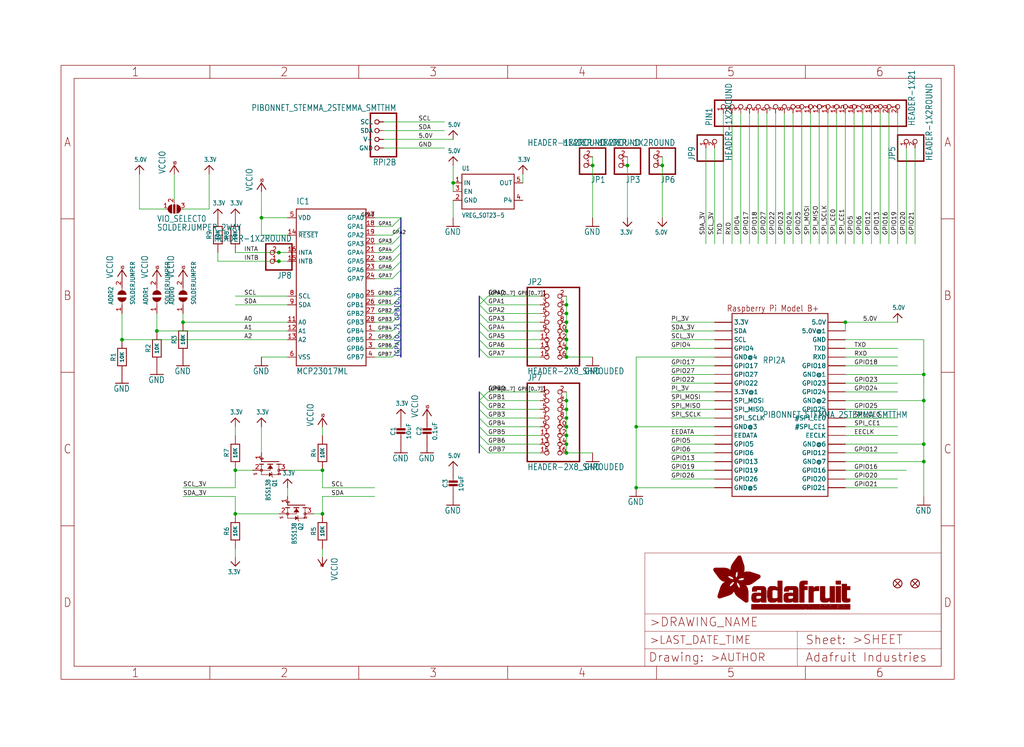
<source format=kicad_sch>
(kicad_sch (version 20211123) (generator eeschema)
  (paper "User" 298.45 217.881)
  (lib_symbols
    (symbol "eagleSchem-eagle-import:3.3V" (power)
      (property "Value" "3.3V" (at -1.524 1.016 0))
      (symbol "3.3V_1_0"
        (pin power_in line (at 0 -2.54 90) (length 2.54) (name "3.3V") (number "1"))
      )
    )
    (symbol "eagleSchem-eagle-import:5.0V" (power)
      (property "Value" "5.0V" (at -1.524 1.016 0))
      (symbol "5.0V_1_0"
        (pin power_in line (at 0 -2.54 90) (length 2.54) (name "5.0V") (number "1"))
      )
    )
    (symbol "eagleSchem-eagle-import:CAP_CERAMIC0603_NO"
      (property "Reference" "C" (at -2.29 1.25 90))
      (property "Value" "CAP_CERAMIC0603_NO" (at 2.3 1.25 90))
      (symbol "CAP_CERAMIC0603_NO_1_0"
        (pin passive line (at 0 5.08 270) (length 2.54) (name "1") (number "1"))
        (pin passive line (at 0 -2.54 90) (length 2.54) (name "2") (number "2"))
      )
    )
    (symbol "eagleSchem-eagle-import:CAP_CERAMIC0805-NOOUTLINE"
      (property "Reference" "C" (at -2.29 1.25 90))
      (property "Value" "CAP_CERAMIC0805-NOOUTLINE" (at 2.3 1.25 90))
      (symbol "CAP_CERAMIC0805-NOOUTLINE_1_0"
        (pin passive line (at 0 5.08 270) (length 2.54) (name "1") (number "1"))
        (pin passive line (at 0 -2.54 90) (length 2.54) (name "2") (number "2"))
      )
    )
    (symbol "eagleSchem-eagle-import:FIDUCIAL_1MM")
    (symbol "eagleSchem-eagle-import:FRAME_A4_ADAFRUIT"
      (symbol "FRAME_A4_ADAFRUIT_0_0"
        (text "1" (at 21.6958 1.905 0) (effects (font (size 2.54 2.286))))
        (text "1" (at 21.6958 177.165 0) (effects (font (size 2.54 2.286))))
        (text "2" (at 65.0875 1.905 0) (effects (font (size 2.54 2.286))))
        (text "2" (at 65.0875 177.165 0) (effects (font (size 2.54 2.286))))
        (text "3" (at 108.4792 1.905 0) (effects (font (size 2.54 2.286))))
        (text "3" (at 108.4792 177.165 0) (effects (font (size 2.54 2.286))))
        (text "4" (at 151.8708 1.905 0) (effects (font (size 2.54 2.286))))
        (text "4" (at 151.8708 177.165 0) (effects (font (size 2.54 2.286))))
        (text "5" (at 195.2625 1.905 0) (effects (font (size 2.54 2.286))))
        (text "5" (at 195.2625 177.165 0) (effects (font (size 2.54 2.286))))
        (text "6" (at 238.6542 1.905 0) (effects (font (size 2.54 2.286))))
        (text "6" (at 238.6542 177.165 0) (effects (font (size 2.54 2.286))))
        (text "A" (at 1.905 156.6863 0) (effects (font (size 2.54 2.286))))
        (text "A" (at 258.445 156.6863 0) (effects (font (size 2.54 2.286))))
        (text "B" (at 1.905 111.9188 0) (effects (font (size 2.54 2.286))))
        (text "B" (at 258.445 111.9188 0) (effects (font (size 2.54 2.286))))
        (text "C" (at 1.905 67.1513 0) (effects (font (size 2.54 2.286))))
        (text "C" (at 258.445 67.1513 0) (effects (font (size 2.54 2.286))))
        (text "D" (at 1.905 22.3838 0) (effects (font (size 2.54 2.286))))
        (text "D" (at 258.445 22.3838 0) (effects (font (size 2.54 2.286))))
      )
      (symbol "FRAME_A4_ADAFRUIT_1_0"
        (text ">AUTHOR" (at 189.23 5.08 0) (effects (font (size 2.286 2.286)) (justify left bottom)))
        (text ">DRAWING_NAME" (at 171.45 15.24 0) (effects (font (size 2.54 2.54)) (justify left bottom)))
        (text ">LAST_DATE_TIME" (at 171.45 10.16 0) (effects (font (size 2.286 2.286)) (justify left bottom)))
        (text ">SHEET" (at 230.505 10.16 0) (effects (font (size 2.54 2.54)) (justify left bottom)))
        (text "Adafruit Industries" (at 216.916 4.953 0) (effects (font (size 2.54 2.54)) (justify left bottom)))
        (text "Drawing:" (at 171.196 4.953 0) (effects (font (size 2.54 2.54)) (justify left bottom)))
        (text "Sheet:" (at 216.916 10.033 0) (effects (font (size 2.54 2.54)) (justify left bottom)))
      )
    )
    (symbol "eagleSchem-eagle-import:GND" (power)
      (property "Value" "GND" (at -2.54 -2.54 0))
      (symbol "GND_1_0"
        (pin power_in line (at 0 2.54 270) (length 2.54) (name "GND") (number "1"))
      )
    )
    (symbol "eagleSchem-eagle-import:HEADER-1X21"
      (property "Reference" "PIN" (at -1.27 28.575 0))
      (property "Value" "HEADER-1X21" (at -1.27 -30.48 0))
      (symbol "HEADER-1X21_1_0"
        (pin passive inverted (at 2.54 25.4 0) (length 2.54) (name "1") (number "1"))
        (pin passive inverted (at 2.54 2.54 0) (length 2.54) (name "10") (number "10"))
        (pin passive inverted (at 2.54 0 0) (length 2.54) (name "11") (number "11"))
        (pin passive inverted (at 2.54 -2.54 0) (length 2.54) (name "12") (number "12"))
        (pin passive inverted (at 2.54 -5.08 0) (length 2.54) (name "13") (number "13"))
        (pin passive inverted (at 2.54 -7.62 0) (length 2.54) (name "14") (number "14"))
        (pin passive inverted (at 2.54 -10.16 0) (length 2.54) (name "15") (number "15"))
        (pin passive inverted (at 2.54 -12.7 0) (length 2.54) (name "16") (number "16"))
        (pin passive inverted (at 2.54 -15.24 0) (length 2.54) (name "17") (number "17"))
        (pin passive inverted (at 2.54 -17.78 0) (length 2.54) (name "18") (number "18"))
        (pin passive inverted (at 2.54 -20.32 0) (length 2.54) (name "19") (number "19"))
        (pin passive inverted (at 2.54 22.86 0) (length 2.54) (name "2") (number "2"))
        (pin passive inverted (at 2.54 -22.86 0) (length 2.54) (name "20") (number "20"))
        (pin passive inverted (at 2.54 -25.4 0) (length 2.54) (name "21") (number "21"))
        (pin passive inverted (at 2.54 20.32 0) (length 2.54) (name "3") (number "3"))
        (pin passive inverted (at 2.54 17.78 0) (length 2.54) (name "4") (number "4"))
        (pin passive inverted (at 2.54 15.24 0) (length 2.54) (name "5") (number "5"))
        (pin passive inverted (at 2.54 12.7 0) (length 2.54) (name "6") (number "6"))
        (pin passive inverted (at 2.54 10.16 0) (length 2.54) (name "7") (number "7"))
        (pin passive inverted (at 2.54 7.62 0) (length 2.54) (name "8") (number "8"))
        (pin passive inverted (at 2.54 5.08 0) (length 2.54) (name "9") (number "9"))
      )
    )
    (symbol "eagleSchem-eagle-import:HEADER-1X2ROUND"
      (property "Reference" "JP" (at -6.35 5.715 0))
      (property "Value" "HEADER-1X2ROUND" (at -6.35 -5.08 0))
      (symbol "HEADER-1X2ROUND_1_0"
        (pin passive inverted (at -2.54 2.54 0) (length 2.54) (name "1") (number "1"))
        (pin passive inverted (at -2.54 0 0) (length 2.54) (name "2") (number "2"))
      )
    )
    (symbol "eagleSchem-eagle-import:HEADER-2X8_SHROUDED"
      (property "Reference" "JP" (at -8.89 10.795 0))
      (property "Value" "HEADER-2X8_SHROUDED" (at -8.89 -15.24 0))
      (symbol "HEADER-2X8_SHROUDED_1_0"
        (pin passive inverted (at -5.08 7.62 0) (length 2.54) (name "1") (number "1"))
        (pin passive inverted (at 2.54 -2.54 180) (length 2.54) (name "10") (number "10"))
        (pin passive inverted (at -5.08 -5.08 0) (length 2.54) (name "11") (number "11"))
        (pin passive inverted (at 2.54 -5.08 180) (length 2.54) (name "12") (number "12"))
        (pin passive inverted (at -5.08 -7.62 0) (length 2.54) (name "13") (number "13"))
        (pin passive inverted (at 2.54 -7.62 180) (length 2.54) (name "14") (number "14"))
        (pin passive inverted (at -5.08 -10.16 0) (length 2.54) (name "15") (number "15"))
        (pin passive inverted (at 2.54 -10.16 180) (length 2.54) (name "16") (number "16"))
        (pin passive inverted (at 2.54 7.62 180) (length 2.54) (name "2") (number "2"))
        (pin passive inverted (at -5.08 5.08 0) (length 2.54) (name "3") (number "3"))
        (pin passive inverted (at 2.54 5.08 180) (length 2.54) (name "4") (number "4"))
        (pin passive inverted (at -5.08 2.54 0) (length 2.54) (name "5") (number "5"))
        (pin passive inverted (at 2.54 2.54 180) (length 2.54) (name "6") (number "6"))
        (pin passive inverted (at -5.08 0 0) (length 2.54) (name "7") (number "7"))
        (pin passive inverted (at 2.54 0 180) (length 2.54) (name "8") (number "8"))
        (pin passive inverted (at -5.08 -2.54 0) (length 2.54) (name "9") (number "9"))
      )
    )
    (symbol "eagleSchem-eagle-import:MCP23017ML"
      (property "Reference" "IC" (at -10.16 24.13 0))
      (property "Value" "MCP23017ML" (at -10.16 -25.4 0))
      (symbol "MCP23017ML_1_0"
        (pin bidirectional line (at 12.7 -12.7 180) (length 2.54) (name "GPB4") (number "1"))
        (pin input line (at -12.7 -10.16 0) (length 2.54) (name "A0") (number "11"))
        (pin input line (at -12.7 -12.7 0) (length 2.54) (name "A1") (number "12"))
        (pin input line (at -12.7 -15.24 0) (length 2.54) (name "A2") (number "13"))
        (pin input line (at -12.7 15.24 0) (length 2.54) (name "~{RESET}") (number "14"))
        (pin output line (at -12.7 7.62 0) (length 2.54) (name "INTB") (number "15"))
        (pin output line (at -12.7 10.16 0) (length 2.54) (name "INTA") (number "16"))
        (pin bidirectional line (at 12.7 20.32 180) (length 2.54) (name "GPA0") (number "17"))
        (pin bidirectional line (at 12.7 17.78 180) (length 2.54) (name "GPA1") (number "18"))
        (pin bidirectional line (at 12.7 15.24 180) (length 2.54) (name "GPA2") (number "19"))
        (pin bidirectional line (at 12.7 -15.24 180) (length 2.54) (name "GPB5") (number "2"))
        (pin bidirectional line (at 12.7 12.7 180) (length 2.54) (name "GPA3") (number "20"))
        (pin bidirectional line (at 12.7 10.16 180) (length 2.54) (name "GPA4") (number "21"))
        (pin bidirectional line (at 12.7 7.62 180) (length 2.54) (name "GPA5") (number "22"))
        (pin bidirectional line (at 12.7 5.08 180) (length 2.54) (name "GPA6") (number "23"))
        (pin bidirectional line (at 12.7 2.54 180) (length 2.54) (name "GPA7") (number "24"))
        (pin bidirectional line (at 12.7 -2.54 180) (length 2.54) (name "GPB0") (number "25"))
        (pin bidirectional line (at 12.7 -5.08 180) (length 2.54) (name "GPB1") (number "26"))
        (pin bidirectional line (at 12.7 -7.62 180) (length 2.54) (name "GPB2") (number "27"))
        (pin bidirectional line (at 12.7 -10.16 180) (length 2.54) (name "GPB3") (number "28"))
        (pin bidirectional line (at 12.7 -17.78 180) (length 2.54) (name "GPB6") (number "3"))
        (pin bidirectional line (at 12.7 -20.32 180) (length 2.54) (name "GPB7") (number "4"))
        (pin power_in line (at -12.7 20.32 0) (length 2.54) (name "VDD") (number "5"))
        (pin power_in line (at -12.7 -20.32 0) (length 2.54) (name "VSS") (number "6"))
        (pin input line (at -12.7 -2.54 0) (length 2.54) (name "SCL") (number "8"))
        (pin bidirectional line (at -12.7 -5.08 0) (length 2.54) (name "SDA") (number "9"))
      )
    )
    (symbol "eagleSchem-eagle-import:MOSFET-NWIDE"
      (property "Reference" "Q" (at 5.08 0.635 0))
      (property "Value" "MOSFET-NWIDE" (at 5.08 -1.27 0))
      (symbol "MOSFET-NWIDE_1_0"
        (text "D" (at 3.175 3.175 0) (effects (font (size 0.8128 0.6908)) (justify left bottom)))
        (text "G" (at -1.27 -1.905 0) (effects (font (size 0.8128 0.6908)) (justify left bottom)))
        (text "S" (at 3.175 -3.81 0) (effects (font (size 0.8128 0.6908)) (justify left bottom)))
        (pin bidirectional line (at -2.54 -2.54 0) (length 2.54) (name "G") (number "1"))
        (pin bidirectional line (at 2.54 -5.08 90) (length 2.54) (name "S") (number "2"))
        (pin bidirectional line (at 2.54 5.08 270) (length 2.54) (name "D") (number "3"))
      )
    )
    (symbol "eagleSchem-eagle-import:PIBONNET_STEMMA_2STEMMA_SMTTHM"
      (property "Reference" "RPI" (at -3.81 8.255 0))
      (property "Value" "PIBONNET_STEMMA_2STEMMA_SMTTHM" (at -3.81 -7.62 0))
      (symbol "PIBONNET_STEMMA_2STEMMA_SMTTHM_1_0"
        (text "Raspberry Pi Model B+" (at 12.7 25.4 0) (effects (font (size 1.778 1.5113)) (justify right top)))
        (pin power_in line (at -17.78 20.32 0) (length 5.08) (name "3.3V") (number "1"))
        (pin bidirectional line (at 20.32 10.16 180) (length 5.08) (name "RXD") (number "10"))
        (pin bidirectional line (at -17.78 7.62 0) (length 5.08) (name "GPIO17") (number "11"))
        (pin bidirectional line (at 20.32 7.62 180) (length 5.08) (name "GPIO18") (number "12"))
        (pin bidirectional line (at -17.78 5.08 0) (length 5.08) (name "GPIO27") (number "13"))
        (pin power_in line (at 20.32 5.08 180) (length 5.08) (name "GND@1") (number "14"))
        (pin bidirectional line (at -17.78 2.54 0) (length 5.08) (name "GPIO22") (number "15"))
        (pin bidirectional line (at 20.32 2.54 180) (length 5.08) (name "GPIO23") (number "16"))
        (pin power_in line (at -17.78 0 0) (length 5.08) (name "3.3V@1") (number "17"))
        (pin bidirectional line (at 20.32 0 180) (length 5.08) (name "GPIO24") (number "18"))
        (pin bidirectional line (at -17.78 -2.54 0) (length 5.08) (name "SPI_MOSI") (number "19"))
        (pin power_in line (at 20.32 20.32 180) (length 5.08) (name "5.0V") (number "2"))
        (pin power_in line (at 20.32 -2.54 180) (length 5.08) (name "GND@2") (number "20"))
        (pin bidirectional line (at -17.78 -5.08 0) (length 5.08) (name "SPI_MISO") (number "21"))
        (pin bidirectional line (at 20.32 -5.08 180) (length 5.08) (name "GPIO25") (number "22"))
        (pin bidirectional line (at -17.78 -7.62 0) (length 5.08) (name "SPI_SCLK") (number "23"))
        (pin bidirectional line (at 20.32 -7.62 180) (length 5.08) (name "#SPI_CE0") (number "24"))
        (pin power_in line (at -17.78 -10.16 0) (length 5.08) (name "GND@3") (number "25"))
        (pin bidirectional line (at 20.32 -10.16 180) (length 5.08) (name "#SPI_CE1") (number "26"))
        (pin bidirectional line (at -17.78 -12.7 0) (length 5.08) (name "EEDATA") (number "27"))
        (pin bidirectional line (at 20.32 -12.7 180) (length 5.08) (name "EECLK") (number "28"))
        (pin bidirectional line (at -17.78 -15.24 0) (length 5.08) (name "GPIO5") (number "29"))
        (pin bidirectional line (at -17.78 17.78 0) (length 5.08) (name "SDA") (number "3"))
        (pin power_in line (at 20.32 -15.24 180) (length 5.08) (name "GND@6") (number "30"))
        (pin bidirectional line (at -17.78 -17.78 0) (length 5.08) (name "GPIO6") (number "31"))
        (pin bidirectional line (at 20.32 -17.78 180) (length 5.08) (name "GPIO12") (number "32"))
        (pin bidirectional line (at -17.78 -20.32 0) (length 5.08) (name "GPIO13") (number "33"))
        (pin power_in line (at 20.32 -20.32 180) (length 5.08) (name "GND@7") (number "34"))
        (pin bidirectional line (at -17.78 -22.86 0) (length 5.08) (name "GPIO19") (number "35"))
        (pin bidirectional line (at 20.32 -22.86 180) (length 5.08) (name "GPIO16") (number "36"))
        (pin bidirectional line (at -17.78 -25.4 0) (length 5.08) (name "GPIO26") (number "37"))
        (pin bidirectional line (at 20.32 -25.4 180) (length 5.08) (name "GPIO20") (number "38"))
        (pin power_in line (at -17.78 -27.94 0) (length 5.08) (name "GND@5") (number "39"))
        (pin power_in line (at 20.32 17.78 180) (length 5.08) (name "5.0V@1") (number "4"))
        (pin bidirectional line (at 20.32 -27.94 180) (length 5.08) (name "GPIO21") (number "40"))
        (pin bidirectional line (at -17.78 15.24 0) (length 5.08) (name "SCL") (number "5"))
        (pin power_in line (at 20.32 15.24 180) (length 5.08) (name "GND") (number "6"))
        (pin bidirectional line (at -17.78 12.7 0) (length 5.08) (name "GPIO4") (number "7"))
        (pin bidirectional line (at 20.32 12.7 180) (length 5.08) (name "TXD") (number "8"))
        (pin power_in line (at -17.78 10.16 0) (length 5.08) (name "GND@4") (number "9"))
        (pin power_in line (at -17.78 20.32 0) (length 5.08) (name "3.3V") (number "S1"))
        (pin bidirectional line (at 20.32 10.16 180) (length 5.08) (name "RXD") (number "S10"))
        (pin bidirectional line (at -17.78 7.62 0) (length 5.08) (name "GPIO17") (number "S11"))
        (pin bidirectional line (at 20.32 7.62 180) (length 5.08) (name "GPIO18") (number "S12"))
        (pin bidirectional line (at -17.78 5.08 0) (length 5.08) (name "GPIO27") (number "S13"))
        (pin power_in line (at 20.32 5.08 180) (length 5.08) (name "GND@1") (number "S14"))
        (pin bidirectional line (at -17.78 2.54 0) (length 5.08) (name "GPIO22") (number "S15"))
        (pin bidirectional line (at 20.32 2.54 180) (length 5.08) (name "GPIO23") (number "S16"))
        (pin power_in line (at -17.78 0 0) (length 5.08) (name "3.3V@1") (number "S17"))
        (pin bidirectional line (at 20.32 0 180) (length 5.08) (name "GPIO24") (number "S18"))
        (pin bidirectional line (at -17.78 -2.54 0) (length 5.08) (name "SPI_MOSI") (number "S19"))
        (pin power_in line (at 20.32 20.32 180) (length 5.08) (name "5.0V") (number "S2"))
        (pin power_in line (at 20.32 -2.54 180) (length 5.08) (name "GND@2") (number "S20"))
        (pin bidirectional line (at -17.78 -5.08 0) (length 5.08) (name "SPI_MISO") (number "S21"))
        (pin bidirectional line (at 20.32 -5.08 180) (length 5.08) (name "GPIO25") (number "S22"))
        (pin bidirectional line (at -17.78 -7.62 0) (length 5.08) (name "SPI_SCLK") (number "S23"))
        (pin bidirectional line (at 20.32 -7.62 180) (length 5.08) (name "#SPI_CE0") (number "S24"))
        (pin power_in line (at -17.78 -10.16 0) (length 5.08) (name "GND@3") (number "S25"))
        (pin bidirectional line (at 20.32 -10.16 180) (length 5.08) (name "#SPI_CE1") (number "S26"))
        (pin bidirectional line (at -17.78 -12.7 0) (length 5.08) (name "EEDATA") (number "S27"))
        (pin bidirectional line (at 20.32 -12.7 180) (length 5.08) (name "EECLK") (number "S28"))
        (pin bidirectional line (at -17.78 -15.24 0) (length 5.08) (name "GPIO5") (number "S29"))
        (pin bidirectional line (at -17.78 17.78 0) (length 5.08) (name "SDA") (number "S3"))
        (pin power_in line (at 20.32 -15.24 180) (length 5.08) (name "GND@6") (number "S30"))
        (pin bidirectional line (at -17.78 -17.78 0) (length 5.08) (name "GPIO6") (number "S31"))
        (pin bidirectional line (at 20.32 -17.78 180) (length 5.08) (name "GPIO12") (number "S32"))
        (pin bidirectional line (at -17.78 -20.32 0) (length 5.08) (name "GPIO13") (number "S33"))
        (pin power_in line (at 20.32 -20.32 180) (length 5.08) (name "GND@7") (number "S34"))
        (pin bidirectional line (at -17.78 -22.86 0) (length 5.08) (name "GPIO19") (number "S35"))
        (pin bidirectional line (at 20.32 -22.86 180) (length 5.08) (name "GPIO16") (number "S36"))
        (pin bidirectional line (at -17.78 -25.4 0) (length 5.08) (name "GPIO26") (number "S37"))
        (pin bidirectional line (at 20.32 -25.4 180) (length 5.08) (name "GPIO20") (number "S38"))
        (pin power_in line (at -17.78 -27.94 0) (length 5.08) (name "GND@5") (number "S39"))
        (pin power_in line (at 20.32 17.78 180) (length 5.08) (name "5.0V@1") (number "S4"))
        (pin bidirectional line (at 20.32 -27.94 180) (length 5.08) (name "GPIO21") (number "S40"))
        (pin bidirectional line (at -17.78 15.24 0) (length 5.08) (name "SCL") (number "S5"))
        (pin power_in line (at 20.32 15.24 180) (length 5.08) (name "GND") (number "S6"))
        (pin bidirectional line (at -17.78 12.7 0) (length 5.08) (name "GPIO4") (number "S7"))
        (pin bidirectional line (at 20.32 12.7 180) (length 5.08) (name "TXD") (number "S8"))
        (pin power_in line (at -17.78 10.16 0) (length 5.08) (name "GND@4") (number "S9"))
      )
      (symbol "PIBONNET_STEMMA_2STEMMA_SMTTHM_2_0"
        (pin passive inverted (at 0 5.08 0) (length 2.54) (name "GND") (number "GND"))
        (pin passive inverted (at 0 5.08 0) (length 2.54) (name "GND") (number "GND1"))
        (pin passive inverted (at 0 -2.54 0) (length 2.54) (name "SCL") (number "SCL"))
        (pin passive inverted (at 0 -2.54 0) (length 2.54) (name "SCL") (number "SCL1"))
        (pin passive inverted (at 0 0 0) (length 2.54) (name "SDA") (number "SDA"))
        (pin passive inverted (at 0 0 0) (length 2.54) (name "SDA") (number "SDA1"))
        (pin passive inverted (at 0 2.54 0) (length 2.54) (name "V+") (number "V+"))
        (pin passive inverted (at 0 2.54 0) (length 2.54) (name "V+") (number "V+1"))
      )
    )
    (symbol "eagleSchem-eagle-import:RESISTOR_0603_NOOUT"
      (property "Reference" "R" (at 0 2.54 0))
      (property "Value" "RESISTOR_0603_NOOUT" (at 0 0 0))
      (symbol "RESISTOR_0603_NOOUT_1_0"
        (pin passive line (at -5.08 0 0) (length 2.54) (name "1") (number "1"))
        (pin passive line (at 5.08 0 180) (length 2.54) (name "2") (number "2"))
      )
    )
    (symbol "eagleSchem-eagle-import:SOLDERJUMPER"
      (property "Reference" "SJ" (at -2.54 2.54 0))
      (property "Value" "SOLDERJUMPER" (at -2.54 -3.81 0))
      (symbol "SOLDERJUMPER_1_0"
        (pin passive line (at -5.08 0 0) (length 2.54) (name "1") (number "1"))
        (pin passive line (at 5.08 0 180) (length 2.54) (name "2") (number "2"))
      )
    )
    (symbol "eagleSchem-eagle-import:SOLDERJUMPER_2WAY"
      (property "Reference" "SJ" (at -5.08 -3.81 0))
      (property "Value" "SOLDERJUMPER_2WAY" (at -5.08 -6.35 0))
      (symbol "SOLDERJUMPER_2WAY_1_0"
        (pin passive line (at -2.54 0 0) (length 0) (name "1") (number "1"))
        (pin passive line (at 0 2.54 270) (length 0) (name "2") (number "2"))
        (pin passive line (at 2.54 0 180) (length 0) (name "3") (number "3"))
      )
    )
    (symbol "eagleSchem-eagle-import:VCCIO" (power)
      (property "Value" "VCCIO" (at -2.54 -2.54 90))
      (symbol "VCCIO_1_0"
        (text "IO" (at -0.508 0.254 0) (effects (font (size 0.8128 0.6908)) (justify left bottom)))
        (pin power_in line (at 0 -2.54 90) (length 2.54) (name "VCCIO") (number "1"))
      )
    )
    (symbol "eagleSchem-eagle-import:VREG_SOT23-5"
      (property "Reference" "U" (at -7.62 6.096 0))
      (property "Value" "VREG_SOT23-5" (at -7.62 -7.62 0))
      (symbol "VREG_SOT23-5_1_0"
        (pin power_in line (at -10.16 2.54 0) (length 2.54) (name "IN") (number "1"))
        (pin power_in line (at -10.16 -2.54 0) (length 2.54) (name "GND") (number "2"))
        (pin input line (at -10.16 0 0) (length 2.54) (name "EN") (number "3"))
        (pin bidirectional line (at 10.16 -2.54 180) (length 2.54) (name "P4") (number "4"))
        (pin power_in line (at 10.16 2.54 180) (length 2.54) (name "OUT") (number "5"))
      )
    )
  )
  (junction (at 81.28 73.66))
  (junction (at 132.08 53.34))
  (junction (at 182.88 48.26))
  (junction (at 68.58 149.86))
  (junction (at 81.28 76.2))
  (junction (at 165.1 121.92))
  (junction (at 193.04 48.26))
  (junction (at 165.1 132.08))
  (junction (at 165.1 127))
  (junction (at 172.72 48.26))
  (junction (at 165.1 124.46))
  (junction (at 165.1 91.44))
  (junction (at 45.72 96.52))
  (junction (at 165.1 116.84))
  (junction (at 93.98 149.86))
  (junction (at 68.58 137.16))
  (junction (at 165.1 119.38))
  (junction (at 269.24 129.54))
  (junction (at 35.56 99.06))
  (junction (at 185.42 124.46))
  (junction (at 93.98 137.16))
  (junction (at 185.42 142.24))
  (junction (at 165.1 88.9))
  (junction (at 165.1 99.06))
  (junction (at 246.38 93.98))
  (junction (at 269.24 134.62))
  (junction (at 76.2 63.5))
  (junction (at 165.1 101.6))
  (junction (at 269.24 116.84))
  (junction (at 165.1 93.98))
  (junction (at 165.1 129.54))
  (junction (at 165.1 96.52))
  (junction (at 269.24 109.22))
  (junction (at 53.34 93.98))
  (junction (at 165.1 104.14))
  (bus_entry (at 142.24 99.06) (size -2.54 -2.54))
  (bus_entry (at 114.3 73.66) (size 2.54 -2.54))
  (bus_entry (at 142.24 116.84) (size -2.54 -2.54))
  (bus_entry (at 142.24 91.44) (size -2.54 -2.54))
  (bus_entry (at 114.3 66.04) (size 2.54 -2.54))
  (bus_entry (at 142.24 114.3) (size -2.54 2.54))
  (bus_entry (at 142.24 132.08) (size -2.54 -2.54))
  (bus_entry (at 142.24 88.9) (size -2.54 -2.54))
  (bus_entry (at 114.3 88.9) (size 2.54 -2.54))
  (bus_entry (at 114.3 86.36) (size 2.54 -2.54))
  (bus_entry (at 142.24 104.14) (size -2.54 -2.54))
  (bus_entry (at 142.24 124.46) (size -2.54 -2.54))
  (bus_entry (at 114.3 101.6) (size 2.54 -2.54))
  (bus_entry (at 114.3 93.98) (size 2.54 -2.54))
  (bus_entry (at 142.24 127) (size -2.54 -2.54))
  (bus_entry (at 142.24 101.6) (size -2.54 -2.54))
  (bus_entry (at 114.3 76.2) (size 2.54 -2.54))
  (bus_entry (at 142.24 121.92) (size -2.54 -2.54))
  (bus_entry (at 114.3 96.52) (size 2.54 -2.54))
  (bus_entry (at 114.3 91.44) (size 2.54 -2.54))
  (bus_entry (at 114.3 104.14) (size 2.54 -2.54))
  (bus_entry (at 114.3 99.06) (size 2.54 -2.54))
  (bus_entry (at 142.24 119.38) (size -2.54 -2.54))
  (bus_entry (at 114.3 68.58) (size 2.54 -2.54))
  (bus_entry (at 114.3 71.12) (size 2.54 -2.54))
  (bus_entry (at 114.3 81.28) (size 2.54 -2.54))
  (bus_entry (at 114.3 78.74) (size 2.54 -2.54))
  (bus_entry (at 142.24 86.36) (size -2.54 2.54))
  (bus_entry (at 142.24 93.98) (size -2.54 -2.54))
  (bus_entry (at 142.24 96.52) (size -2.54 -2.54))
  (bus_entry (at 142.24 129.54) (size -2.54 -2.54))
  (bus (pts (xy 116.84 83.82) (xy 116.84 86.36)))
  (wire (pts (xy 165.1 114.3) (xy 165.1 116.84)))
  (wire (pts (xy 172.72 104.14) (xy 165.1 104.14)))
  (wire (pts (xy 48.26 60.96) (xy 40.64 60.96)))
  (wire (pts (xy 246.38 142.24) (xy 261.62 142.24)))
  (wire (pts (xy 93.98 142.24) (xy 109.22 142.24)))
  (wire (pts (xy 185.42 124.46) (xy 208.28 124.46)))
  (wire (pts (xy 246.38 124.46) (xy 261.62 124.46)))
  (wire (pts (xy 205.74 43.18) (xy 205.74 71.12)))
  (wire (pts (xy 83.82 63.5) (xy 76.2 63.5)))
  (wire (pts (xy 132.08 63.5) (xy 132.08 58.42)))
  (wire (pts (xy 246.38 132.08) (xy 261.62 132.08)))
  (wire (pts (xy 246.38 119.38) (xy 261.62 119.38)))
  (wire (pts (xy 246.38 93.98) (xy 261.62 93.98)))
  (bus (pts (xy 139.7 101.6) (xy 139.7 104.14)))
  (bus (pts (xy 139.7 129.54) (xy 139.7 132.08)))
  (wire (pts (xy 266.7 71.12) (xy 266.7 43.18)))
  (wire (pts (xy 83.82 93.98) (xy 53.34 93.98)))
  (bus (pts (xy 116.84 63.5) (xy 116.84 66.04)))
  (bus (pts (xy 139.7 127) (xy 139.7 129.54)))
  (wire (pts (xy 142.24 121.92) (xy 157.48 121.92)))
  (wire (pts (xy 83.82 137.16) (xy 93.98 137.16)))
  (wire (pts (xy 165.1 101.6) (xy 165.1 99.06)))
  (wire (pts (xy 226.06 71.12) (xy 226.06 33.02)))
  (wire (pts (xy 81.28 76.2) (xy 83.82 76.2)))
  (bus (pts (xy 116.84 68.58) (xy 116.84 71.12)))
  (wire (pts (xy 132.08 53.34) (xy 132.08 55.88)))
  (wire (pts (xy 193.04 45.72) (xy 193.04 48.26)))
  (wire (pts (xy 246.38 129.54) (xy 269.24 129.54)))
  (wire (pts (xy 213.36 71.12) (xy 213.36 33.02)))
  (wire (pts (xy 238.76 33.02) (xy 238.76 71.12)))
  (wire (pts (xy 208.28 111.76) (xy 195.58 111.76)))
  (wire (pts (xy 109.22 101.6) (xy 114.3 101.6)))
  (wire (pts (xy 259.08 33.02) (xy 259.08 71.12)))
  (wire (pts (xy 142.24 132.08) (xy 157.48 132.08)))
  (wire (pts (xy 195.58 116.84) (xy 208.28 116.84)))
  (wire (pts (xy 83.82 86.36) (xy 68.58 86.36)))
  (bus (pts (xy 139.7 96.52) (xy 139.7 99.06)))
  (wire (pts (xy 83.82 142.24) (xy 83.82 144.78)))
  (wire (pts (xy 246.38 71.12) (xy 246.38 33.02)))
  (bus (pts (xy 139.7 116.84) (xy 139.7 119.38)))
  (wire (pts (xy 269.24 99.06) (xy 269.24 109.22)))
  (wire (pts (xy 228.6 33.02) (xy 228.6 71.12)))
  (wire (pts (xy 182.88 48.26) (xy 182.88 63.5)))
  (wire (pts (xy 53.34 93.98) (xy 53.34 91.44)))
  (wire (pts (xy 210.82 33.02) (xy 210.82 71.12)))
  (wire (pts (xy 246.38 109.22) (xy 269.24 109.22)))
  (wire (pts (xy 165.1 93.98) (xy 165.1 91.44)))
  (wire (pts (xy 109.22 76.2) (xy 114.3 76.2)))
  (bus (pts (xy 139.7 91.44) (xy 139.7 93.98)))
  (wire (pts (xy 269.24 116.84) (xy 269.24 129.54)))
  (wire (pts (xy 246.38 116.84) (xy 269.24 116.84)))
  (wire (pts (xy 45.72 96.52) (xy 83.82 96.52)))
  (wire (pts (xy 165.1 116.84) (xy 165.1 119.38)))
  (wire (pts (xy 165.1 96.52) (xy 165.1 93.98)))
  (wire (pts (xy 261.62 71.12) (xy 261.62 33.02)))
  (wire (pts (xy 208.28 71.12) (xy 208.28 43.18)))
  (wire (pts (xy 269.24 134.62) (xy 269.24 144.78)))
  (wire (pts (xy 53.34 60.96) (xy 60.96 60.96)))
  (wire (pts (xy 236.22 71.12) (xy 236.22 33.02)))
  (wire (pts (xy 195.58 109.22) (xy 208.28 109.22)))
  (wire (pts (xy 142.24 86.36) (xy 157.48 86.36)))
  (bus (pts (xy 139.7 121.92) (xy 139.7 124.46)))
  (wire (pts (xy 246.38 134.62) (xy 269.24 134.62)))
  (bus (pts (xy 116.84 66.04) (xy 116.84 68.58)))
  (wire (pts (xy 83.82 99.06) (xy 35.56 99.06)))
  (wire (pts (xy 63.5 76.2) (xy 63.5 73.66)))
  (wire (pts (xy 223.52 33.02) (xy 223.52 71.12)))
  (wire (pts (xy 45.72 91.44) (xy 45.72 96.52)))
  (wire (pts (xy 68.58 149.86) (xy 68.58 144.78)))
  (wire (pts (xy 218.44 71.12) (xy 218.44 33.02)))
  (wire (pts (xy 93.98 137.16) (xy 93.98 142.24)))
  (wire (pts (xy 93.98 124.46) (xy 93.98 127)))
  (wire (pts (xy 172.72 48.26) (xy 172.72 45.72)))
  (wire (pts (xy 109.22 71.12) (xy 114.3 71.12)))
  (wire (pts (xy 132.08 53.34) (xy 132.08 48.26)))
  (wire (pts (xy 142.24 116.84) (xy 157.48 116.84)))
  (wire (pts (xy 269.24 109.22) (xy 269.24 116.84)))
  (wire (pts (xy 81.28 73.66) (xy 68.58 73.66)))
  (wire (pts (xy 68.58 142.24) (xy 68.58 137.16)))
  (bus (pts (xy 116.84 93.98) (xy 116.84 96.52)))
  (wire (pts (xy 111.76 40.64) (xy 132.08 40.64)))
  (wire (pts (xy 60.96 60.96) (xy 60.96 50.8)))
  (bus (pts (xy 139.7 119.38) (xy 139.7 121.92)))
  (wire (pts (xy 261.62 104.14) (xy 246.38 104.14)))
  (wire (pts (xy 246.38 106.68) (xy 261.62 106.68)))
  (wire (pts (xy 109.22 99.06) (xy 114.3 99.06)))
  (wire (pts (xy 93.98 149.86) (xy 91.44 149.86)))
  (wire (pts (xy 165.1 121.92) (xy 165.1 124.46)))
  (wire (pts (xy 165.1 91.44) (xy 165.1 88.9)))
  (bus (pts (xy 139.7 124.46) (xy 139.7 127)))
  (wire (pts (xy 248.92 33.02) (xy 248.92 71.12)))
  (bus (pts (xy 116.84 96.52) (xy 116.84 99.06)))
  (wire (pts (xy 182.88 48.26) (xy 182.88 45.72)))
  (wire (pts (xy 269.24 129.54) (xy 269.24 134.62)))
  (wire (pts (xy 68.58 88.9) (xy 83.82 88.9)))
  (wire (pts (xy 195.58 139.7) (xy 208.28 139.7)))
  (wire (pts (xy 142.24 101.6) (xy 157.48 101.6)))
  (wire (pts (xy 68.58 162.56) (xy 68.58 160.02)))
  (wire (pts (xy 195.58 129.54) (xy 208.28 129.54)))
  (wire (pts (xy 165.1 88.9) (xy 165.1 86.36)))
  (wire (pts (xy 63.5 76.2) (xy 81.28 76.2)))
  (wire (pts (xy 109.22 78.74) (xy 114.3 78.74)))
  (bus (pts (xy 139.7 86.36) (xy 139.7 88.9)))
  (wire (pts (xy 109.22 96.52) (xy 114.3 96.52)))
  (bus (pts (xy 116.84 91.44) (xy 116.84 93.98)))
  (wire (pts (xy 165.1 99.06) (xy 165.1 96.52)))
  (wire (pts (xy 142.24 93.98) (xy 157.48 93.98)))
  (wire (pts (xy 142.24 96.52) (xy 157.48 96.52)))
  (wire (pts (xy 142.24 129.54) (xy 157.48 129.54)))
  (wire (pts (xy 83.82 68.58) (xy 76.2 68.58)))
  (wire (pts (xy 220.98 71.12) (xy 220.98 33.02)))
  (wire (pts (xy 165.1 119.38) (xy 165.1 121.92)))
  (wire (pts (xy 109.22 66.04) (xy 114.3 66.04)))
  (wire (pts (xy 231.14 71.12) (xy 231.14 33.02)))
  (wire (pts (xy 195.58 121.92) (xy 208.28 121.92)))
  (wire (pts (xy 208.28 101.6) (xy 195.58 101.6)))
  (wire (pts (xy 142.24 119.38) (xy 157.48 119.38)))
  (wire (pts (xy 109.22 73.66) (xy 114.3 73.66)))
  (wire (pts (xy 208.28 96.52) (xy 195.58 96.52)))
  (wire (pts (xy 152.4 53.34) (xy 152.4 50.8)))
  (wire (pts (xy 264.16 43.18) (xy 264.16 71.12)))
  (wire (pts (xy 81.28 149.86) (xy 68.58 149.86)))
  (bus (pts (xy 139.7 93.98) (xy 139.7 96.52)))
  (wire (pts (xy 208.28 99.06) (xy 195.58 99.06)))
  (bus (pts (xy 116.84 76.2) (xy 116.84 78.74)))
  (bus (pts (xy 116.84 101.6) (xy 116.84 104.14)))
  (wire (pts (xy 68.58 142.24) (xy 53.34 142.24)))
  (wire (pts (xy 109.22 81.28) (xy 114.3 81.28)))
  (wire (pts (xy 142.24 127) (xy 157.48 127)))
  (wire (pts (xy 251.46 71.12) (xy 251.46 33.02)))
  (wire (pts (xy 246.38 96.52) (xy 246.38 93.98)))
  (wire (pts (xy 233.68 33.02) (xy 233.68 71.12)))
  (wire (pts (xy 76.2 104.14) (xy 83.82 104.14)))
  (wire (pts (xy 246.38 99.06) (xy 269.24 99.06)))
  (bus (pts (xy 116.84 78.74) (xy 116.84 83.82)))
  (wire (pts (xy 76.2 63.5) (xy 76.2 55.88)))
  (wire (pts (xy 246.38 137.16) (xy 264.16 137.16)))
  (wire (pts (xy 157.48 91.44) (xy 142.24 91.44)))
  (wire (pts (xy 83.82 73.66) (xy 81.28 73.66)))
  (wire (pts (xy 195.58 134.62) (xy 208.28 134.62)))
  (wire (pts (xy 68.58 124.46) (xy 68.58 127)))
  (wire (pts (xy 215.9 33.02) (xy 215.9 71.12)))
  (wire (pts (xy 246.38 111.76) (xy 261.62 111.76)))
  (wire (pts (xy 76.2 68.58) (xy 76.2 63.5)))
  (wire (pts (xy 193.04 48.26) (xy 193.04 63.5)))
  (wire (pts (xy 195.58 119.38) (xy 208.28 119.38)))
  (wire (pts (xy 243.84 33.02) (xy 243.84 71.12)))
  (wire (pts (xy 208.28 106.68) (xy 195.58 106.68)))
  (wire (pts (xy 172.72 132.08) (xy 165.1 132.08)))
  (wire (pts (xy 93.98 144.78) (xy 109.22 144.78)))
  (wire (pts (xy 111.76 38.1) (xy 129.54 38.1)))
  (wire (pts (xy 165.1 129.54) (xy 165.1 132.08)))
  (wire (pts (xy 109.22 88.9) (xy 114.3 88.9)))
  (wire (pts (xy 40.64 60.96) (xy 40.64 50.8)))
  (wire (pts (xy 246.38 139.7) (xy 261.62 139.7)))
  (wire (pts (xy 93.98 162.56) (xy 93.98 160.02)))
  (bus (pts (xy 116.84 99.06) (xy 116.84 101.6)))
  (bus (pts (xy 139.7 88.9) (xy 139.7 91.44)))
  (wire (pts (xy 246.38 114.3) (xy 261.62 114.3)))
  (wire (pts (xy 246.38 101.6) (xy 261.62 101.6)))
  (wire (pts (xy 246.38 121.92) (xy 261.62 121.92)))
  (wire (pts (xy 241.3 71.12) (xy 241.3 33.02)))
  (wire (pts (xy 109.22 86.36) (xy 114.3 86.36)))
  (wire (pts (xy 195.58 114.3) (xy 208.28 114.3)))
  (wire (pts (xy 185.42 104.14) (xy 208.28 104.14)))
  (wire (pts (xy 111.76 43.18) (xy 129.54 43.18)))
  (wire (pts (xy 93.98 149.86) (xy 93.98 144.78)))
  (wire (pts (xy 142.24 99.06) (xy 157.48 99.06)))
  (wire (pts (xy 109.22 104.14) (xy 114.3 104.14)))
  (bus (pts (xy 116.84 73.66) (xy 116.84 76.2)))
  (wire (pts (xy 50.8 50.8) (xy 50.8 58.42)))
  (bus (pts (xy 116.84 71.12) (xy 116.84 73.66)))
  (bus (pts (xy 139.7 99.06) (xy 139.7 101.6)))
  (bus (pts (xy 139.7 114.3) (xy 139.7 116.84)))
  (wire (pts (xy 76.2 132.08) (xy 76.2 124.46)))
  (wire (pts (xy 35.56 99.06) (xy 35.56 91.44)))
  (wire (pts (xy 142.24 114.3) (xy 157.48 114.3)))
  (wire (pts (xy 208.28 142.24) (xy 185.42 142.24)))
  (wire (pts (xy 111.76 35.56) (xy 129.54 35.56)))
  (wire (pts (xy 142.24 88.9) (xy 157.48 88.9)))
  (wire (pts (xy 195.58 137.16) (xy 208.28 137.16)))
  (wire (pts (xy 142.24 124.46) (xy 157.48 124.46)))
  (wire (pts (xy 165.1 127) (xy 165.1 129.54)))
  (wire (pts (xy 195.58 132.08) (xy 208.28 132.08)))
  (wire (pts (xy 185.42 124.46) (xy 185.42 142.24)))
  (wire (pts (xy 185.42 124.46) (xy 185.42 104.14)))
  (wire (pts (xy 256.54 71.12) (xy 256.54 33.02)))
  (wire (pts (xy 68.58 137.16) (xy 73.66 137.16)))
  (wire (pts (xy 165.1 124.46) (xy 165.1 127)))
  (wire (pts (xy 165.1 101.6) (xy 165.1 104.14)))
  (wire (pts (xy 254 33.02) (xy 254 71.12)))
  (wire (pts (xy 109.22 63.5) (xy 116.84 63.5)))
  (wire (pts (xy 109.22 68.58) (xy 114.3 68.58)))
  (wire (pts (xy 142.24 104.14) (xy 157.48 104.14)))
  (wire (pts (xy 172.72 48.26) (xy 172.72 63.5)))
  (wire (pts (xy 109.22 91.44) (xy 114.3 91.44)))
  (wire (pts (xy 109.22 93.98) (xy 114.3 93.98)))
  (bus (pts (xy 116.84 88.9) (xy 116.84 91.44)))
  (bus (pts (xy 116.84 86.36) (xy 116.84 88.9)))
  (wire (pts (xy 246.38 127) (xy 261.62 127)))
  (wire (pts (xy 208.28 93.98) (xy 195.58 93.98)))
  (wire (pts (xy 208.28 127) (xy 195.58 127)))
  (wire (pts (xy 53.34 144.78) (xy 68.58 144.78)))
  (label "SDA_3V" (at 53.34 144.78 0) (effects (font (size 1.2446 1.2446))))
  (label "EEDATA" (at 195.58 127 0) (effects (font (size 1.2446 1.2446))))
  (label "A0" (at 71.12 93.98 0) (effects (font (size 1.2446 1.2446))))
  (label "GPIO20" (at 264.16 68.58 90) (effects (font (size 1.2446 1.2446))))
  (label "GPA3" (at 114.3 71.12 180) (effects (font (size 1.016 1.016))))
  (label "GPA1" (at 114.3 66.04 180) (effects (font (size 1.016 1.016))))
  (label "GPA7" (at 114.3 81.28 180) (effects (font (size 1.016 1.016))))
  (label "SPI_CE1" (at 246.38 68.58 90) (effects (font (size 1.2446 1.2446))))
  (label "GPIO6" (at 251.46 68.58 90) (effects (font (size 1.2446 1.2446))))
  (label "GPIO25" (at 233.68 68.58 90) (effects (font (size 1.2446 1.2446))))
  (label "GPIO23" (at 248.92 111.76 0) (effects (font (size 1.2446 1.2446))))
  (label "GPA2" (at 114.3 68.58 0) (effects (font (size 1.016 1.016))))
  (label "GPB3" (at 114.3 93.98 180) (effects (font (size 1.016 1.016))))
  (label "GPB7" (at 142.24 132.08 0) (effects (font (size 1.2446 1.2446))))
  (label "SCL" (at 96.52 142.24 0) (effects (font (size 1.2446 1.2446))))
  (label "GPIO12" (at 248.92 132.08 0) (effects (font (size 1.2446 1.2446))))
  (label "GPIO13" (at 195.58 134.62 0) (effects (font (size 1.2446 1.2446))))
  (label "GPB0" (at 142.24 114.3 0) (effects (font (size 1.2446 1.2446))))
  (label "SDA" (at 96.52 144.78 0) (effects (font (size 1.2446 1.2446))))
  (label "GPB6" (at 142.24 129.54 0) (effects (font (size 1.2446 1.2446))))
  (label "GPIO22" (at 226.06 68.58 90) (effects (font (size 1.2446 1.2446))))
  (label "INTB" (at 71.12 76.2 0) (effects (font (size 1.2446 1.2446))))
  (label "SPI_SCLK" (at 241.3 68.58 90) (effects (font (size 1.2446 1.2446))))
  (label "{GPA[0..7] GPB[0..7]}" (at 116.84 104.14 90) (effects (font (size 1.2446 1.2446))))
  (label "SCL" (at 71.12 86.36 0) (effects (font (size 1.2446 1.2446))))
  (label "GPIO20" (at 248.92 139.7 0) (effects (font (size 1.2446 1.2446))))
  (label "5.0V" (at 121.92 40.64 0) (effects (font (size 1.2446 1.2446))))
  (label "TXD" (at 248.92 101.6 0) (effects (font (size 1.2446 1.2446))))
  (label "GPIO18" (at 248.92 106.68 0) (effects (font (size 1.2446 1.2446))))
  (label "GPIO21" (at 248.92 142.24 0) (effects (font (size 1.2446 1.2446))))
  (label "GPB1" (at 142.24 116.84 0) (effects (font (size 1.2446 1.2446))))
  (label "{GPA[0..7] GPB[0..7]}" (at 142.24 86.36 0) (effects (font (size 1.016 1.016))))
  (label "GPB2" (at 142.24 119.38 0) (effects (font (size 1.2446 1.2446))))
  (label "GPIO17" (at 195.58 106.68 0) (effects (font (size 1.2446 1.2446))))
  (label "SCL_3V" (at 53.34 142.24 0) (effects (font (size 1.2446 1.2446))))
  (label "GPB4" (at 114.3 96.52 180) (effects (font (size 1.016 1.016))))
  (label "GPIO27" (at 195.58 109.22 0) (effects (font (size 1.2446 1.2446))))
  (label "GPIO17" (at 218.44 68.58 90) (effects (font (size 1.2446 1.2446))))
  (label "GPA5" (at 114.3 76.2 180) (effects (font (size 1.016 1.016))))
  (label "SCL" (at 121.92 35.56 0) (effects (font (size 1.2446 1.2446))))
  (label "GPIO21" (at 266.7 68.58 90) (effects (font (size 1.2446 1.2446))))
  (label "GPB5" (at 114.3 99.06 180) (effects (font (size 1.016 1.016))))
  (label "GPB7" (at 114.3 104.14 180) (effects (font (size 1.016 1.016))))
  (label "SPI_CE0" (at 243.84 68.58 90) (effects (font (size 1.2446 1.2446))))
  (label "SPI_MOSI" (at 236.22 68.58 90) (effects (font (size 1.2446 1.2446))))
  (label "GPA7" (at 142.24 104.14 0) (effects (font (size 1.2446 1.2446))))
  (label "GPA0" (at 142.24 86.36 0) (effects (font (size 1.2446 1.2446))))
  (label "GPB1" (at 114.3 88.9 180) (effects (font (size 1.016 1.016))))
  (label "GPIO12" (at 254 68.58 90) (effects (font (size 1.2446 1.2446))))
  (label "GPA6" (at 114.3 78.74 180) (effects (font (size 1.016 1.016))))
  (label "SPI_MISO" (at 238.76 68.58 90) (effects (font (size 1.2446 1.2446))))
  (label "SPI_CE0" (at 248.92 121.92 0) (effects (font (size 1.2446 1.2446))))
  (label "GPB0" (at 114.3 86.36 180) (effects (font (size 1.016 1.016))))
  (label "GPIO5" (at 195.58 129.54 0) (effects (font (size 1.2446 1.2446))))
  (label "GPB3" (at 142.24 121.92 0) (effects (font (size 1.2446 1.2446))))
  (label "GPIO19" (at 261.62 68.58 90) (effects (font (size 1.2446 1.2446))))
  (label "GPA6" (at 142.24 101.6 0) (effects (font (size 1.2446 1.2446))))
  (label "SPI_SCLK" (at 195.58 121.92 0) (effects (font (size 1.2446 1.2446))))
  (label "A2" (at 71.12 99.06 0) (effects (font (size 1.2446 1.2446))))
  (label "GPA0" (at 109.22 63.5 180) (effects (font (size 1.016 1.016))))
  (label "SDA_3V" (at 195.58 96.52 0) (effects (font (size 1.2446 1.2446))))
  (label "{GPA[0..7] GPB[0..7]}" (at 142.24 114.3 0) (effects (font (size 1.016 1.016))))
  (label "GPIO26" (at 195.58 139.7 0) (effects (font (size 1.2446 1.2446))))
  (label "GPIO6" (at 195.58 132.08 0) (effects (font (size 1.2446 1.2446))))
  (label "GPA4" (at 114.3 73.66 180) (effects (font (size 1.016 1.016))))
  (label "SCL_3V" (at 208.28 68.58 90) (effects (font (size 1.2446 1.2446))))
  (label "GPA3" (at 142.24 93.98 0) (effects (font (size 1.2446 1.2446))))
  (label "GPIO23" (at 228.6 68.58 90) (effects (font (size 1.2446 1.2446))))
  (label "GPB2" (at 114.3 91.44 180) (effects (font (size 1.016 1.016))))
  (label "RXD" (at 248.92 104.14 0) (effects (font (size 1.2446 1.2446))))
  (label "GPB5" (at 142.24 127 0) (effects (font (size 1.2446 1.2446))))
  (label "GPIO22" (at 195.58 111.76 0) (effects (font (size 1.2446 1.2446))))
  (label "GPIO24" (at 231.14 68.58 90) (effects (font (size 1.2446 1.2446))))
  (label "A1" (at 71.12 96.52 0) (effects (font (size 1.2446 1.2446))))
  (label "GPIO19" (at 195.58 137.16 0) (effects (font (size 1.2446 1.2446))))
  (label "SDA" (at 121.92 38.1 0) (effects (font (size 1.2446 1.2446))))
  (label "GPIO24" (at 248.92 114.3 0) (effects (font (size 1.2446 1.2446))))
  (label "GPIO18" (at 220.98 68.58 90) (effects (font (size 1.2446 1.2446))))
  (label "GPIO4" (at 215.9 68.58 90) (effects (font (size 1.2446 1.2446))))
  (label "SCL_3V" (at 195.58 99.06 0) (effects (font (size 1.2446 1.2446))))
  (label "SDA_3V" (at 205.74 68.58 90) (effects (font (size 1.2446 1.2446))))
  (label "GPIO27" (at 223.52 68.58 90) (effects (font (size 1.2446 1.2446))))
  (label "TXD" (at 210.82 68.58 90) (effects (font (size 1.2446 1.2446))))
  (label "PI_3V" (at 195.58 93.98 0) (effects (font (size 1.2446 1.2446))))
  (label "GPIO4" (at 195.58 101.6 0) (effects (font (size 1.2446 1.2446))))
  (label "EECLK" (at 248.92 127 0) (effects (font (size 1.2446 1.2446))))
  (label "GPIO13" (at 256.54 68.58 90) (effects (font (size 1.2446 1.2446))))
  (label "GPIO25" (at 248.92 119.38 0) (effects (font (size 1.2446 1.2446))))
  (label "5.0V" (at 251.46 93.98 0) (effects (font (size 1.2446 1.2446))))
  (label "GPIO16" (at 248.92 137.16 0) (effects (font (size 1.2446 1.2446))))
  (label "GPA5" (at 142.24 99.06 0) (effects (font (size 1.2446 1.2446))))
  (label "GPB4" (at 142.24 124.46 0) (effects (font (size 1.2446 1.2446))))
  (label "GPB6" (at 114.3 101.6 180) (effects (font (size 1.016 1.016))))
  (label "GPA1" (at 142.24 88.9 0) (effects (font (size 1.2446 1.2446))))
  (label "GPA4" (at 142.24 96.52 0) (effects (font (size 1.2446 1.2446))))
  (label "RXD" (at 213.36 68.58 90) (effects (font (size 1.2446 1.2446))))
  (label "SPI_CE1" (at 248.92 124.46 0) (effects (font (size 1.2446 1.2446))))
  (label "SDA" (at 71.12 88.9 0) (effects (font (size 1.2446 1.2446))))
  (label "GND" (at 121.92 43.18 0) (effects (font (size 1.2446 1.2446))))
  (label "PI_3V" (at 195.58 114.3 0) (effects (font (size 1.2446 1.2446))))
  (label "GPA2" (at 142.24 91.44 0) (effects (font (size 1.2446 1.2446))))
  (label "GPIO16" (at 259.08 68.58 90) (effects (font (size 1.2446 1.2446))))
  (label "SPI_MISO" (at 195.58 119.38 0) (effects (font (size 1.2446 1.2446))))
  (label "SPI_MOSI" (at 195.58 116.84 0) (effects (font (size 1.2446 1.2446))))
  (label "INTA" (at 71.12 73.66 0) (effects (font (size 1.2446 1.2446))))
  (label "GPIO5" (at 248.92 68.58 90) (effects (font (size 1.2446 1.2446))))
  (symbol (lib_id "eagleSchem-eagle-import:RESISTOR_0603_NOOUT") (at 53.34 99.06 90) (unit 1)
    (property "Reference" "R3" (at 50.8 99.06 0))
    (property "Value" "10K" (at 53.34 99.06 0) (effects (font (size 1.016 1.016) bold)))
    (property "Footprint" "eagleSchem:0603-NO" (effects hide))
  )
  (symbol (lib_id "eagleSchem-eagle-import:HEADER-1X2ROUND") (at 266.7 40.64 90) (unit 1)
    (property "Reference" "JP5" (at 260.985 46.99 0) (effects (font (size 1.778 1.5113)) (justify left bottom)))
    (property "Value" "HEADER-1X2ROUND" (at 271.78 46.99 0) (effects (font (size 1.778 1.5113)) (justify left bottom)))
    (property "Footprint" "eagleSchem:1X02_ROUND" (effects hide))
  )
  (symbol (lib_id "eagleSchem-eagle-import:RESISTOR_0603_NOOUT") (at 35.56 104.14 90) (unit 1)
    (property "Reference" "R1" (at 33.02 104.14 0))
    (property "Value" "10K" (at 35.56 104.14 0) (effects (font (size 1.016 1.016) bold)))
    (property "Footprint" "eagleSchem:0603-NO" (effects hide))
  )
  (symbol (lib_id "eagleSchem-eagle-import:SOLDERJUMPER") (at 35.56 86.36 90) (unit 1)
    (property "Reference" "ADDR2" (at 33.02 88.9 0) (effects (font (size 1.27 1.0795)) (justify left bottom)))
    (property "Value" "SOLDERJUMPER" (at 39.37 88.9 0) (effects (font (size 1.27 1.0795)) (justify left bottom)))
    (property "Footprint" "eagleSchem:SOLDERJUMPER_ARROW_NOPASTE" (effects hide))
  )
  (symbol (lib_id "eagleSchem-eagle-import:GND") (at 53.34 106.68 0) (unit 1)
    (property "Reference" "#GND7" (effects hide))
    (property "Value" "GND" (at 50.8 109.22 0) (effects (font (size 1.778 1.5113)) (justify left bottom)))
    (property "Footprint" "eagleSchem:" (effects hide))
  )
  (symbol (lib_id "eagleSchem-eagle-import:MOSFET-NWIDE") (at 86.36 147.32 270) (unit 1)
    (property "Reference" "Q2" (at 86.995 152.4 0) (effects (font (size 1.27 1.0795)) (justify left bottom)))
    (property "Value" "BSS138" (at 85.09 152.4 0) (effects (font (size 1.27 1.0795)) (justify left bottom)))
    (property "Footprint" "eagleSchem:SOT23-WIDE" (effects hide))
  )
  (symbol (lib_id "eagleSchem-eagle-import:GND") (at 269.24 147.32 0) (unit 1)
    (property "Reference" "#GND2" (effects hide))
    (property "Value" "GND" (at 266.7 149.86 0) (effects (font (size 1.778 1.5113)) (justify left bottom)))
    (property "Footprint" "eagleSchem:" (effects hide))
  )
  (symbol (lib_id "eagleSchem-eagle-import:RESISTOR_0603_NOOUT") (at 68.58 154.94 90) (unit 1)
    (property "Reference" "R6" (at 66.04 154.94 0))
    (property "Value" "10K" (at 68.58 154.94 0) (effects (font (size 1.016 1.016) bold)))
    (property "Footprint" "eagleSchem:0603-NO" (effects hide))
  )
  (symbol (lib_id "eagleSchem-eagle-import:MCP23017ML") (at 96.52 83.82 0) (unit 1)
    (property "Reference" "IC1" (at 86.36 59.69 0) (effects (font (size 1.778 1.5113)) (justify left bottom)))
    (property "Value" "MCP23017ML" (at 86.36 109.22 0) (effects (font (size 1.778 1.5113)) (justify left bottom)))
    (property "Footprint" "eagleSchem:QFN28-ML_6X6MM" (effects hide))
  )
  (symbol (lib_id "eagleSchem-eagle-import:FRAME_A4_ADAFRUIT") (at 17.78 198.12 0) (unit 1)
    (property "Reference" "#U$7" (effects hide))
    (property "Value" "FRAME_A4_ADAFRUIT" (effects hide))
    (property "Footprint" "eagleSchem:" (effects hide))
  )
  (symbol (lib_id "eagleSchem-eagle-import:SOLDERJUMPER") (at 45.72 86.36 90) (unit 1)
    (property "Reference" "ADDR1" (at 43.18 88.9 0) (effects (font (size 1.27 1.0795)) (justify left bottom)))
    (property "Value" "SOLDERJUMPER" (at 49.53 88.9 0) (effects (font (size 1.27 1.0795)) (justify left bottom)))
    (property "Footprint" "eagleSchem:SOLDERJUMPER_ARROW_NOPASTE" (effects hide))
  )
  (symbol (lib_id "eagleSchem-eagle-import:MOSFET-NWIDE") (at 78.74 134.62 270) (unit 1)
    (property "Reference" "Q1" (at 79.375 139.7 0) (effects (font (size 1.27 1.0795)) (justify left bottom)))
    (property "Value" "BSS138" (at 77.47 139.7 0) (effects (font (size 1.27 1.0795)) (justify left bottom)))
    (property "Footprint" "eagleSchem:SOT23-WIDE" (effects hide))
  )
  (symbol (lib_id "eagleSchem-eagle-import:3.3V") (at 76.2 121.92 0) (unit 1)
    (property "Reference" "#U$6" (effects hide))
    (property "Value" "3.3V" (at 74.676 120.904 0) (effects (font (size 1.27 1.0795)) (justify left bottom)))
    (property "Footprint" "eagleSchem:" (effects hide))
  )
  (symbol (lib_id "eagleSchem-eagle-import:PIBONNET_STEMMA_2STEMMA_SMTTHM") (at 226.06 114.3 0) (unit 1)
    (property "Reference" "RPI2" (at 222.25 106.045 0) (effects (font (size 1.778 1.5113)) (justify left bottom)))
    (property "Value" "PIBONNET_STEMMA_2STEMMA_SMTTHM" (at 222.25 121.92 0) (effects (font (size 1.778 1.5113)) (justify left bottom)))
    (property "Footprint" "eagleSchem:PI_BONNET_2STEMMA_SMT" (effects hide))
  )
  (symbol (lib_id "eagleSchem-eagle-import:GND") (at 172.72 106.68 0) (unit 1)
    (property "Reference" "#GND9" (effects hide))
    (property "Value" "GND" (at 170.18 109.22 0) (effects (font (size 1.778 1.5113)) (justify left bottom)))
    (property "Footprint" "eagleSchem:" (effects hide))
  )
  (symbol (lib_id "eagleSchem-eagle-import:RESISTOR_0603_NOOUT") (at 68.58 132.08 90) (unit 1)
    (property "Reference" "R7" (at 66.04 132.08 0))
    (property "Value" "10K" (at 68.58 132.08 0) (effects (font (size 1.016 1.016) bold)))
    (property "Footprint" "eagleSchem:0603-NO" (effects hide))
  )
  (symbol (lib_id "eagleSchem-eagle-import:CAP_CERAMIC0805-NOOUTLINE") (at 132.08 142.24 0) (unit 1)
    (property "Reference" "C3" (at 129.79 140.99 90))
    (property "Value" "10uF" (at 134.38 140.99 90))
    (property "Footprint" "eagleSchem:0805-NO" (effects hide))
  )
  (symbol (lib_id "eagleSchem-eagle-import:3.3V") (at 68.58 165.1 180) (unit 1)
    (property "Reference" "#U$8" (effects hide))
    (property "Value" "3.3V" (at 70.104 166.116 0) (effects (font (size 1.27 1.0795)) (justify left bottom)))
    (property "Footprint" "eagleSchem:" (effects hide))
  )
  (symbol (lib_id "eagleSchem-eagle-import:VCCIO") (at 53.34 78.74 0) (unit 1)
    (property "Reference" "#VCC5" (effects hide))
    (property "Value" "VCCIO" (at 50.8 81.28 90) (effects (font (size 1.778 1.5113)) (justify left bottom)))
    (property "Footprint" "eagleSchem:" (effects hide))
  )
  (symbol (lib_id "eagleSchem-eagle-import:3.3V") (at 68.58 60.96 0) (unit 1)
    (property "Reference" "#U$9" (effects hide))
    (property "Value" "3.3V" (at 67.056 59.944 0) (effects (font (size 1.27 1.0795)) (justify left bottom)))
    (property "Footprint" "eagleSchem:" (effects hide))
  )
  (symbol (lib_id "eagleSchem-eagle-import:3.3V") (at 63.5 60.96 0) (unit 1)
    (property "Reference" "#U$10" (effects hide))
    (property "Value" "3.3V" (at 61.976 59.944 0) (effects (font (size 1.27 1.0795)) (justify left bottom)))
    (property "Footprint" "eagleSchem:" (effects hide))
  )
  (symbol (lib_id "eagleSchem-eagle-import:GND") (at 172.72 66.04 0) (unit 1)
    (property "Reference" "#GND5" (effects hide))
    (property "Value" "GND" (at 170.18 68.58 0) (effects (font (size 1.778 1.5113)) (justify left bottom)))
    (property "Footprint" "eagleSchem:" (effects hide))
  )
  (symbol (lib_id "eagleSchem-eagle-import:GND") (at 185.42 144.78 0) (unit 1)
    (property "Reference" "#GND1" (effects hide))
    (property "Value" "GND" (at 182.88 147.32 0) (effects (font (size 1.778 1.5113)) (justify left bottom)))
    (property "Footprint" "eagleSchem:" (effects hide))
  )
  (symbol (lib_id "eagleSchem-eagle-import:GND") (at 132.08 66.04 0) (unit 1)
    (property "Reference" "#GND12" (effects hide))
    (property "Value" "GND" (at 129.54 68.58 0) (effects (font (size 1.778 1.5113)) (justify left bottom)))
    (property "Footprint" "eagleSchem:" (effects hide))
  )
  (symbol (lib_id "eagleSchem-eagle-import:FIDUCIAL_1MM") (at 261.62 170.18 0) (unit 1)
    (property "Reference" "FID1" (effects hide))
    (property "Value" "FIDUCIAL_1MM" (effects hide))
    (property "Footprint" "eagleSchem:FIDUCIAL_1MM" (effects hide))
  )
  (symbol (lib_id "eagleSchem-eagle-import:RESISTOR_0603_NOOUT") (at 68.58 68.58 90) (unit 1)
    (property "Reference" "R8" (at 66.04 68.58 0))
    (property "Value" "10K" (at 68.58 68.58 0) (effects (font (size 1.016 1.016) bold)))
    (property "Footprint" "eagleSchem:0603-NO" (effects hide))
  )
  (symbol (lib_id "eagleSchem-eagle-import:VCCIO") (at 76.2 53.34 0) (unit 1)
    (property "Reference" "#VCC2" (effects hide))
    (property "Value" "VCCIO" (at 73.66 55.88 90) (effects (font (size 1.778 1.5113)) (justify left bottom)))
    (property "Footprint" "eagleSchem:" (effects hide))
  )
  (symbol (lib_id "eagleSchem-eagle-import:CAP_CERAMIC0603_NO") (at 124.46 127 0) (unit 1)
    (property "Reference" "C2" (at 122.17 125.75 90))
    (property "Value" "0.1uF" (at 126.76 125.75 90))
    (property "Footprint" "eagleSchem:0603-NO" (effects hide))
  )
  (symbol (lib_id "eagleSchem-eagle-import:5.0V") (at 261.62 91.44 0) (unit 1)
    (property "Reference" "#U$14" (effects hide))
    (property "Value" "5.0V" (at 260.096 90.424 0) (effects (font (size 1.27 1.0795)) (justify left bottom)))
    (property "Footprint" "eagleSchem:" (effects hide))
  )
  (symbol (lib_id "eagleSchem-eagle-import:3.3V") (at 60.96 48.26 0) (unit 1)
    (property "Reference" "#U$4" (effects hide))
    (property "Value" "3.3V" (at 59.436 47.244 0) (effects (font (size 1.27 1.0795)) (justify left bottom)))
    (property "Footprint" "eagleSchem:" (effects hide))
  )
  (symbol (lib_id "eagleSchem-eagle-import:3.3V") (at 182.88 66.04 180) (unit 1)
    (property "Reference" "#U$3" (effects hide))
    (property "Value" "3.3V" (at 184.404 67.056 0) (effects (font (size 1.27 1.0795)) (justify left bottom)))
    (property "Footprint" "eagleSchem:" (effects hide))
  )
  (symbol (lib_id "eagleSchem-eagle-import:5.0V") (at 132.08 38.1 0) (unit 1)
    (property "Reference" "#U$15" (effects hide))
    (property "Value" "5.0V" (at 130.556 37.084 0) (effects (font (size 1.27 1.0795)) (justify left bottom)))
    (property "Footprint" "eagleSchem:" (effects hide))
  )
  (symbol (lib_id "eagleSchem-eagle-import:3.3V") (at 68.58 121.92 0) (unit 1)
    (property "Reference" "#U$5" (effects hide))
    (property "Value" "3.3V" (at 67.056 120.904 0) (effects (font (size 1.27 1.0795)) (justify left bottom)))
    (property "Footprint" "eagleSchem:" (effects hide))
  )
  (symbol (lib_id "eagleSchem-eagle-import:GND") (at 172.72 134.62 0) (unit 1)
    (property "Reference" "#GND8" (effects hide))
    (property "Value" "GND" (at 170.18 137.16 0) (effects (font (size 1.778 1.5113)) (justify left bottom)))
    (property "Footprint" "eagleSchem:" (effects hide))
  )
  (symbol (lib_id "eagleSchem-eagle-import:PIBONNET_STEMMA_2STEMMA_SMTTHM") (at 111.76 38.1 180) (unit 2)
    (property "Reference" "RPI2" (at 115.57 46.355 0) (effects (font (size 1.778 1.5113)) (justify left bottom)))
    (property "Value" "PIBONNET_STEMMA_2STEMMA_SMTTHM" (at 115.57 30.48 0) (effects (font (size 1.778 1.5113)) (justify left bottom)))
    (property "Footprint" "eagleSchem:PI_BONNET_2STEMMA_SMT" (effects hide))
  )
  (symbol (lib_id "eagleSchem-eagle-import:HEADER-1X2ROUND") (at 78.74 73.66 180) (unit 1)
    (property "Reference" "JP8" (at 85.09 79.375 0) (effects (font (size 1.778 1.5113)) (justify left bottom)))
    (property "Value" "HEADER-1X2ROUND" (at 85.09 68.58 0) (effects (font (size 1.778 1.5113)) (justify left bottom)))
    (property "Footprint" "eagleSchem:1X02_ROUND" (effects hide))
  )
  (symbol (lib_id "eagleSchem-eagle-import:3.3V") (at 152.4 48.26 0) (unit 1)
    (property "Reference" "#U$16" (effects hide))
    (property "Value" "3.3V" (at 150.876 47.244 0) (effects (font (size 1.27 1.0795)) (justify left bottom)))
    (property "Footprint" "eagleSchem:" (effects hide))
  )
  (symbol (lib_id "eagleSchem-eagle-import:3.3V") (at 83.82 139.7 0) (unit 1)
    (property "Reference" "#U$11" (effects hide))
    (property "Value" "3.3V" (at 82.296 138.684 0) (effects (font (size 1.27 1.0795)) (justify left bottom)))
    (property "Footprint" "eagleSchem:" (effects hide))
  )
  (symbol (lib_id "eagleSchem-eagle-import:VCCIO") (at 124.46 119.38 0) (unit 1)
    (property "Reference" "#VCC9" (effects hide))
    (property "Value" "VCCIO" (at 121.92 121.92 90) (effects (font (size 1.778 1.5113)) (justify left bottom)))
    (property "Footprint" "eagleSchem:" (effects hide))
  )
  (symbol (lib_id "eagleSchem-eagle-import:CAP_CERAMIC0805-NOOUTLINE") (at 116.84 127 0) (unit 1)
    (property "Reference" "C1" (at 114.55 125.75 90))
    (property "Value" "10uF" (at 119.14 125.75 90))
    (property "Footprint" "eagleSchem:0805-NO" (effects hide))
  )
  (symbol (lib_id "eagleSchem-eagle-import:GND") (at 124.46 132.08 0) (unit 1)
    (property "Reference" "#GND11" (effects hide))
    (property "Value" "GND" (at 121.92 134.62 0) (effects (font (size 1.778 1.5113)) (justify left bottom)))
    (property "Footprint" "eagleSchem:" (effects hide))
  )
  (symbol (lib_id "eagleSchem-eagle-import:GND") (at 45.72 109.22 0) (unit 1)
    (property "Reference" "#GND6" (effects hide))
    (property "Value" "GND" (at 43.18 111.76 0) (effects (font (size 1.778 1.5113)) (justify left bottom)))
    (property "Footprint" "eagleSchem:" (effects hide))
  )
  (symbol (lib_id "eagleSchem-eagle-import:VREG_SOT23-5") (at 142.24 55.88 0) (unit 1)
    (property "Reference" "U1" (at 134.62 49.784 0) (effects (font (size 1.27 1.0795)) (justify left bottom)))
    (property "Value" "VREG_SOT23-5" (at 134.62 63.5 0) (effects (font (size 1.27 1.0795)) (justify left bottom)))
    (property "Footprint" "eagleSchem:SOT23-5" (effects hide))
  )
  (symbol (lib_id "eagleSchem-eagle-import:GND") (at 35.56 111.76 0) (unit 1)
    (property "Reference" "#GND4" (effects hide))
    (property "Value" "GND" (at 33.02 114.3 0) (effects (font (size 1.778 1.5113)) (justify left bottom)))
    (property "Footprint" "eagleSchem:" (effects hide))
  )
  (symbol (lib_id "eagleSchem-eagle-import:HEADER-2X8_SHROUDED") (at 162.56 121.92 0) (unit 1)
    (property "Reference" "JP7" (at 153.67 111.125 0) (effects (font (size 1.778 1.5113)) (justify left bottom)))
    (property "Value" "HEADER-2X8_SHROUDED" (at 153.67 137.16 0) (effects (font (size 1.778 1.5113)) (justify left bottom)))
    (property "Footprint" "eagleSchem:2X08_SHROUDED" (effects hide))
  )
  (symbol (lib_id "eagleSchem-eagle-import:VCCIO") (at 35.56 78.74 0) (unit 1)
    (property "Reference" "#VCC3" (effects hide))
    (property "Value" "VCCIO" (at 33.02 81.28 90) (effects (font (size 1.778 1.5113)) (justify left bottom)))
    (property "Footprint" "eagleSchem:" (effects hide))
  )
  (symbol (lib_id "eagleSchem-eagle-import:GND") (at 76.2 106.68 0) (unit 1)
    (property "Reference" "#GND3" (effects hide))
    (property "Value" "GND" (at 73.66 109.22 0) (effects (font (size 1.778 1.5113)) (justify left bottom)))
    (property "Footprint" "eagleSchem:" (effects hide))
  )
  (symbol (lib_id "eagleSchem-eagle-import:GND") (at 116.84 132.08 0) (unit 1)
    (property "Reference" "#GND10" (effects hide))
    (property "Value" "GND" (at 114.3 134.62 0) (effects (font (size 1.778 1.5113)) (justify left bottom)))
    (property "Footprint" "eagleSchem:" (effects hide))
  )
  (symbol (lib_id "eagleSchem-eagle-import:HEADER-1X2ROUND") (at 190.5 45.72 180) (unit 1)
    (property "Reference" "JP6" (at 196.85 51.435 0) (effects (font (size 1.778 1.5113)) (justify left bottom)))
    (property "Value" "HEADER-1X2ROUND" (at 196.85 40.64 0) (effects (font (size 1.778 1.5113)) (justify left bottom)))
    (property "Footprint" "eagleSchem:1X02_ROUND" (effects hide))
  )
  (symbol (lib_id "eagleSchem-eagle-import:5.0V") (at 132.08 45.72 0) (unit 1)
    (property "Reference" "#U$17" (effects hide))
    (property "Value" "5.0V" (at 130.556 44.704 0) (effects (font (size 1.27 1.0795)) (justify left bottom)))
    (property "Footprint" "eagleSchem:" (effects hide))
  )
  (symbol (lib_id "eagleSchem-eagle-import:VCCIO") (at 50.8 48.26 0) (unit 1)
    (property "Reference" "#VCC1" (effects hide))
    (property "Value" "VCCIO" (at 48.26 50.8 90) (effects (font (size 1.778 1.5113)) (justify left bottom)))
    (property "Footprint" "eagleSchem:" (effects hide))
  )
  (symbol (lib_id "eagleSchem-eagle-import:5.0V") (at 193.04 66.04 180) (unit 1)
    (property "Reference" "#U$22" (effects hide))
    (property "Value" "5.0V" (at 194.564 67.056 0) (effects (font (size 1.27 1.0795)) (justify left bottom)))
    (property "Footprint" "eagleSchem:" (effects hide))
  )
  (symbol (lib_id "eagleSchem-eagle-import:SOLDERJUMPER") (at 53.34 86.36 90) (unit 1)
    (property "Reference" "ADDR0" (at 50.8 88.9 0) (effects (font (size 1.27 1.0795)) (justify left bottom)))
    (property "Value" "SOLDERJUMPER" (at 57.15 88.9 0) (effects (font (size 1.27 1.0795)) (justify left bottom)))
    (property "Footprint" "eagleSchem:SOLDERJUMPER_ARROW_NOPASTE" (effects hide))
  )
  (symbol (lib_id "eagleSchem-eagle-import:VCCIO") (at 45.72 78.74 0) (unit 1)
    (property "Reference" "#VCC4" (effects hide))
    (property "Value" "VCCIO" (at 43.18 81.28 90) (effects (font (size 1.778 1.5113)) (justify left bottom)))
    (property "Footprint" "eagleSchem:" (effects hide))
  )
  (symbol (lib_id "eagleSchem-eagle-import:FIDUCIAL_1MM") (at 266.7 170.18 0) (unit 1)
    (property "Reference" "FID2" (effects hide))
    (property "Value" "FIDUCIAL_1MM" (effects hide))
    (property "Footprint" "eagleSchem:FIDUCIAL_1MM" (effects hide))
  )
  (symbol (lib_id "eagleSchem-eagle-import:VCCIO") (at 93.98 121.92 0) (unit 1)
    (property "Reference" "#VCC6" (effects hide))
    (property "Value" "VCCIO" (at 91.44 124.46 90) (effects (font (size 1.778 1.5113)) (justify left bottom)))
    (property "Footprint" "eagleSchem:" (effects hide))
  )
  (symbol (lib_id "eagleSchem-eagle-import:HEADER-2X8_SHROUDED") (at 162.56 93.98 0) (unit 1)
    (property "Reference" "JP2" (at 153.67 83.185 0) (effects (font (size 1.778 1.5113)) (justify left bottom)))
    (property "Value" "HEADER-2X8_SHROUDED" (at 153.67 109.22 0) (effects (font (size 1.778 1.5113)) (justify left bottom)))
    (property "Footprint" "eagleSchem:2X08_SHROUDED" (effects hide))
  )
  (symbol (lib_id "eagleSchem-eagle-import:HEADER-1X2ROUND") (at 180.34 45.72 180) (unit 1)
    (property "Reference" "JP3" (at 186.69 51.435 0) (effects (font (size 1.778 1.5113)) (justify left bottom)))
    (property "Value" "HEADER-1X2ROUND" (at 186.69 40.64 0) (effects (font (size 1.778 1.5113)) (justify left bottom)))
    (property "Footprint" "eagleSchem:1X02_ROUND" (effects hide))
  )
  (symbol (lib_id "eagleSchem-eagle-import:HEADER-1X21") (at 236.22 35.56 90) (unit 1)
    (property "Reference" "PIN1" (at 207.645 36.83 0) (effects (font (size 1.778 1.5113)) (justify left bottom)))
    (property "Value" "HEADER-1X21" (at 266.7 36.83 0) (effects (font (size 1.778 1.5113)) (justify left bottom)))
    (property "Footprint" "eagleSchem:1X21_ROUND_70MIL" (effects hide))
  )
  (symbol (lib_id "eagleSchem-eagle-import:SOLDERJUMPER_2WAY") (at 50.8 60.96 0) (unit 1)
    (property "Reference" "VIO_SELECT0" (at 45.72 64.77 0) (effects (font (size 1.778 1.5113)) (justify left bottom)))
    (property "Value" "SOLDERJUMPER_2WAY" (at 45.72 67.31 0) (effects (font (size 1.778 1.5113)) (justify left bottom)))
    (property "Footprint" "eagleSchem:SOLDERJUMPER_2WAY_OPEN_NOPASTE" (effects hide))
  )
  (symbol (lib_id "eagleSchem-eagle-import:RESISTOR_0603_NOOUT") (at 93.98 154.94 90) (unit 1)
    (property "Reference" "R5" (at 91.44 154.94 0))
    (property "Value" "10K" (at 93.98 154.94 0) (effects (font (size 1.016 1.016) bold)))
    (property "Footprint" "eagleSchem:0603-NO" (effects hide))
  )
  (symbol (lib_id "eagleSchem-eagle-import:VCCIO") (at 93.98 165.1 180) (unit 1)
    (property "Reference" "#VCC7" (effects hide))
    (property "Value" "VCCIO" (at 96.52 162.56 90) (effects (font (size 1.778 1.5113)) (justify left bottom)))
    (property "Footprint" "eagleSchem:" (effects hide))
  )
  (symbol (lib_id "eagleSchem-eagle-import:HEADER-1X2ROUND") (at 170.18 45.72 180) (unit 1)
    (property "Reference" "JP1" (at 176.53 51.435 0) (effects (font (size 1.778 1.5113)) (justify left bottom)))
    (property "Value" "HEADER-1X2ROUND" (at 176.53 40.64 0) (effects (font (size 1.778 1.5113)) (justify left bottom)))
    (property "Footprint" "eagleSchem:1X02_ROUND" (effects hide))
  )
  (symbol (lib_id "eagleSchem-eagle-import:RESISTOR_0603_NOOUT") (at 63.5 68.58 90) (unit 1)
    (property "Reference" "R9" (at 60.96 68.58 0))
    (property "Value" "10K" (at 63.5 68.58 0) (effects (font (size 1.016 1.016) bold)))
    (property "Footprint" "eagleSchem:0603-NO" (effects hide))
  )
  (symbol (lib_id "eagleSchem-eagle-import:RESISTOR_0603_NOOUT") (at 93.98 132.08 90) (unit 1)
    (property "Reference" "R4" (at 91.44 132.08 0))
    (property "Value" "10K" (at 93.98 132.08 0) (effects (font (size 1.016 1.016) bold)))
    (property "Footprint" "eagleSchem:0603-NO" (effects hide))
  )
  (symbol (lib_id "eagleSchem-eagle-import:HEADER-1X2ROUND") (at 208.28 40.64 90) (unit 1)
    (property "Reference" "JP9" (at 202.565 46.99 0) (effects (font (size 1.778 1.5113)) (justify left bottom)))
    (property "Value" "HEADER-1X2ROUND" (at 213.36 46.99 0) (effects (font (size 1.778 1.5113)) (justify left bottom)))
    (property "Footprint" "eagleSchem:1X02_ROUND" (effects hide))
  )
  (symbol (lib_id "eagleSchem-eagle-import:5.0V") (at 40.64 48.26 0) (unit 1)
    (property "Reference" "#U$1" (effects hide))
    (property "Value" "5.0V" (at 39.116 47.244 0) (effects (font (size 1.27 1.0795)) (justify left bottom)))
    (property "Footprint" "eagleSchem:" (effects hide))
  )
  (symbol (lib_id "eagleSchem-eagle-import:GND") (at 132.08 147.32 0) (unit 1)
    (property "Reference" "#GND13" (effects hide))
    (property "Value" "GND" (at 129.54 149.86 0) (effects (font (size 1.778 1.5113)) (justify left bottom)))
    (property "Footprint" "eagleSchem:" (effects hide))
  )
  (symbol (lib_id "eagleSchem-eagle-import:5.0V") (at 132.08 134.62 0) (unit 1)
    (property "Reference" "#U$18" (effects hide))
    (property "Value" "5.0V" (at 130.556 133.604 0) (effects (font (size 1.27 1.0795)) (justify left bottom)))
    (property "Footprint" "eagleSchem:" (effects hide))
  )
  (symbol (lib_id "eagleSchem-eagle-import:RESISTOR_0603_NOOUT") (at 45.72 101.6 90) (unit 1)
    (property "Reference" "R2" (at 43.18 101.6 0))
    (property "Value" "10K" (at 45.72 101.6 0) (effects (font (size 1.016 1.016) bold)))
    (property "Footprint" "eagleSchem:0603-NO" (effects hide))
  )
  (symbol (lib_id "eagleSchem-eagle-import:3.3V") (at 116.84 119.38 0) (unit 1)
    (property "Reference" "#U$2" (effects hide))
    (property "Value" "3.3V" (at 115.316 118.364 0) (effects (font (size 1.27 1.0795)) (justify left bottom)))
    (property "Footprint" "eagleSchem:" (effects hide))
  )
)
</source>
